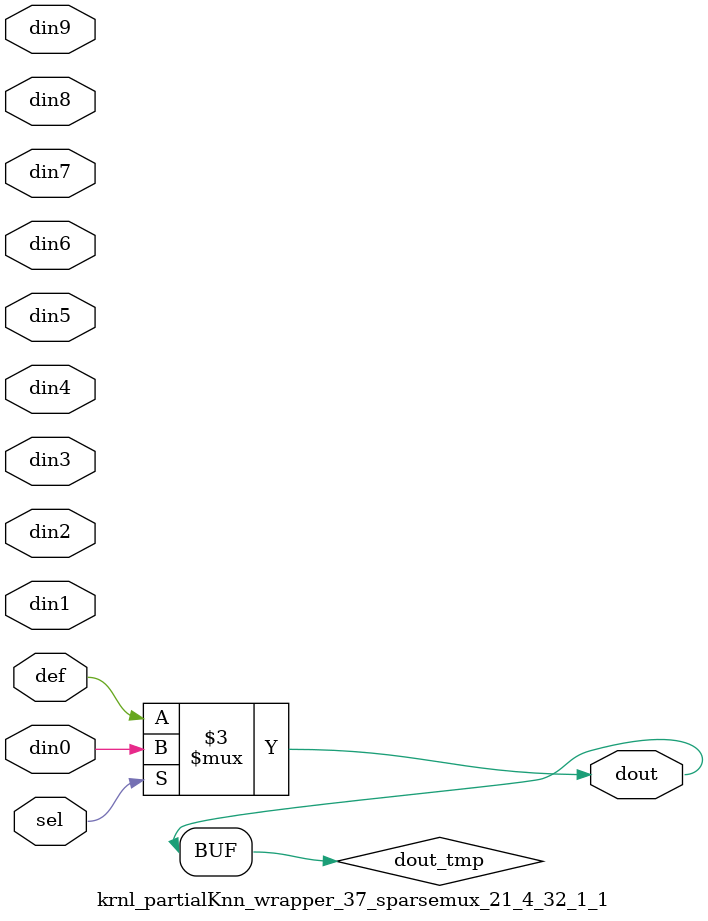
<source format=v>
`timescale 1ns / 1ps

module krnl_partialKnn_wrapper_37_sparsemux_21_4_32_1_1 (din0,din1,din2,din3,din4,din5,din6,din7,din8,din9,def,sel,dout);

parameter din0_WIDTH = 1;

parameter din1_WIDTH = 1;

parameter din2_WIDTH = 1;

parameter din3_WIDTH = 1;

parameter din4_WIDTH = 1;

parameter din5_WIDTH = 1;

parameter din6_WIDTH = 1;

parameter din7_WIDTH = 1;

parameter din8_WIDTH = 1;

parameter din9_WIDTH = 1;

parameter def_WIDTH = 1;
parameter sel_WIDTH = 1;
parameter dout_WIDTH = 1;

parameter [sel_WIDTH-1:0] CASE0 = 1;

parameter [sel_WIDTH-1:0] CASE1 = 1;

parameter [sel_WIDTH-1:0] CASE2 = 1;

parameter [sel_WIDTH-1:0] CASE3 = 1;

parameter [sel_WIDTH-1:0] CASE4 = 1;

parameter [sel_WIDTH-1:0] CASE5 = 1;

parameter [sel_WIDTH-1:0] CASE6 = 1;

parameter [sel_WIDTH-1:0] CASE7 = 1;

parameter [sel_WIDTH-1:0] CASE8 = 1;

parameter [sel_WIDTH-1:0] CASE9 = 1;

parameter ID = 1;
parameter NUM_STAGE = 1;



input [din0_WIDTH-1:0] din0;

input [din1_WIDTH-1:0] din1;

input [din2_WIDTH-1:0] din2;

input [din3_WIDTH-1:0] din3;

input [din4_WIDTH-1:0] din4;

input [din5_WIDTH-1:0] din5;

input [din6_WIDTH-1:0] din6;

input [din7_WIDTH-1:0] din7;

input [din8_WIDTH-1:0] din8;

input [din9_WIDTH-1:0] din9;

input [def_WIDTH-1:0] def;
input [sel_WIDTH-1:0] sel;

output [dout_WIDTH-1:0] dout;



reg [dout_WIDTH-1:0] dout_tmp;

always @ (*) begin
case (sel)
    
    CASE0 : dout_tmp = din0;
    
    CASE1 : dout_tmp = din1;
    
    CASE2 : dout_tmp = din2;
    
    CASE3 : dout_tmp = din3;
    
    CASE4 : dout_tmp = din4;
    
    CASE5 : dout_tmp = din5;
    
    CASE6 : dout_tmp = din6;
    
    CASE7 : dout_tmp = din7;
    
    CASE8 : dout_tmp = din8;
    
    CASE9 : dout_tmp = din9;
    
    default : dout_tmp = def;
endcase
end


assign dout = dout_tmp;



endmodule

</source>
